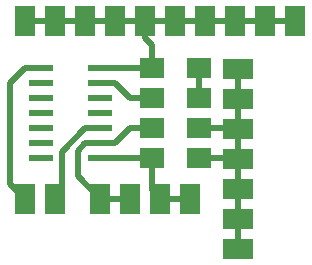
<source format=gbr>
%TF.GenerationSoftware,KiCad,Pcbnew,(6.0.2)*%
%TF.CreationDate,2022-12-01T07:39:21-05:00*%
%TF.ProjectId,LCD Board 2,4c434420-426f-4617-9264-20322e6b6963,rev?*%
%TF.SameCoordinates,Original*%
%TF.FileFunction,Copper,L1,Top*%
%TF.FilePolarity,Positive*%
%FSLAX46Y46*%
G04 Gerber Fmt 4.6, Leading zero omitted, Abs format (unit mm)*
G04 Created by KiCad (PCBNEW (6.0.2)) date 2022-12-01 07:39:21*
%MOMM*%
%LPD*%
G01*
G04 APERTURE LIST*
%TA.AperFunction,SMDPad,CuDef*%
%ADD10R,1.700000X2.500000*%
%TD*%
%TA.AperFunction,SMDPad,CuDef*%
%ADD11R,2.000000X1.700000*%
%TD*%
%TA.AperFunction,SMDPad,CuDef*%
%ADD12R,2.000000X0.600000*%
%TD*%
%TA.AperFunction,SMDPad,CuDef*%
%ADD13R,2.500000X1.700000*%
%TD*%
%TA.AperFunction,Conductor*%
%ADD14C,0.500000*%
%TD*%
G04 APERTURE END LIST*
D10*
%TO.P,J1,1,Pin_1*%
%TO.N,Net-(R1-Pad2)*%
X165090000Y-129145000D03*
%TO.P,J1,2,Pin_2*%
X162550000Y-129145000D03*
%TO.P,J1,3,Pin_3*%
%TO.N,Net-(J1-Pad3)*%
X160010000Y-129145000D03*
%TO.P,J1,4,Pin_4*%
X157470000Y-129145000D03*
%TD*%
D11*
%TO.P,R3,1*%
%TO.N,Net-(R3-Pad1)*%
X161830000Y-118110000D03*
%TO.P,R3,2*%
%TO.N,Net-(D1-Pad1)*%
X165830000Y-118110000D03*
%TD*%
D10*
%TO.P,J3,1*%
%TO.N,Net-(J3-Pad1)*%
X153650000Y-129145000D03*
%TO.P,J3,2*%
%TO.N,Net-(J3-Pad2)*%
X151110000Y-129145000D03*
%TD*%
D12*
%TO.P,U1,1,VCC*%
%TO.N,Net-(J3-Pad2)*%
X152465000Y-118110000D03*
%TO.P,U1,2,PA4*%
%TO.N,unconnected-(U1-Pad2)*%
X152465000Y-119380000D03*
%TO.P,U1,3,PA5*%
%TO.N,unconnected-(U1-Pad3)*%
X152465000Y-120650000D03*
%TO.P,U1,4,PA6/DAC*%
%TO.N,unconnected-(U1-Pad4)*%
X152465000Y-121920000D03*
%TO.P,U1,5,PA7*%
%TO.N,unconnected-(U1-Pad5)*%
X152465000Y-123190000D03*
%TO.P,U1,6,PB3/RXD*%
%TO.N,unconnected-(U1-Pad6)*%
X152465000Y-124460000D03*
%TO.P,U1,7,PB2/TXD*%
%TO.N,unconnected-(U1-Pad7)*%
X152465000Y-125730000D03*
%TO.P,U1,8,PB1/SDA*%
%TO.N,Net-(R1-Pad2)*%
X157415000Y-125730000D03*
%TO.P,U1,9,PB0/SCL*%
%TO.N,Net-(J1-Pad3)*%
X157415000Y-124460000D03*
%TO.P,U1,10,PA0-UPDI*%
%TO.N,Net-(J3-Pad1)*%
X157415000Y-123190000D03*
%TO.P,U1,11,PA1/SDA2*%
%TO.N,unconnected-(U1-Pad11)*%
X157415000Y-121920000D03*
%TO.P,U1,12,PA2*%
%TO.N,unconnected-(U1-Pad12)*%
X157415000Y-120650000D03*
%TO.P,U1,13,PA3/Debug-LED*%
%TO.N,Net-(D1-Pad2)*%
X157415000Y-119380000D03*
%TO.P,U1,14,GND*%
%TO.N,Net-(R3-Pad1)*%
X157415000Y-118110000D03*
%TD*%
D11*
%TO.P,R2,1*%
%TO.N,Net-(R1-Pad1)*%
X165830000Y-123190000D03*
%TO.P,R2,2*%
%TO.N,Net-(J1-Pad3)*%
X161830000Y-123190000D03*
%TD*%
D13*
%TO.P,J4,1,Pin_1*%
%TO.N,Net-(R1-Pad1)*%
X169150000Y-118130000D03*
%TO.P,J4,2,Pin_2*%
X169150000Y-120670000D03*
%TO.P,J4,3,Pin_3*%
X169150000Y-123210000D03*
%TO.P,J4,4,Pin_4*%
X169150000Y-125750000D03*
%TO.P,J4,5,Pin_5*%
X169150000Y-128290000D03*
%TO.P,J4,6,Pin_6*%
X169150000Y-130830000D03*
%TO.P,J4,7,Pin_7*%
X169150000Y-133370000D03*
%TD*%
D10*
%TO.P,J2,1,Pin_1*%
%TO.N,Net-(R3-Pad1)*%
X151110000Y-114060000D03*
%TO.P,J2,2,Pin_2*%
X153650000Y-114060000D03*
%TO.P,J2,3,Pin_3*%
X156190000Y-114060000D03*
%TO.P,J2,4,Pin_4*%
X158730000Y-114060000D03*
%TO.P,J2,5,Pin_5*%
X161270000Y-114060000D03*
%TO.P,J2,6,Pin_6*%
X163810000Y-114060000D03*
%TO.P,J2,7,Pin_7*%
X166350000Y-114060000D03*
%TO.P,J2,8,Pin_8*%
X168890000Y-114060000D03*
%TO.P,J2,9,Pin_9*%
X171430000Y-114060000D03*
%TO.P,J2,10,Pin_10*%
X173970000Y-114060000D03*
%TD*%
D11*
%TO.P,D1,1,K*%
%TO.N,Net-(D1-Pad1)*%
X165830000Y-120650000D03*
%TO.P,D1,2,A*%
%TO.N,Net-(D1-Pad2)*%
X161830000Y-120650000D03*
%TD*%
%TO.P,R1,1*%
%TO.N,Net-(R1-Pad1)*%
X165830000Y-125730000D03*
%TO.P,R1,2*%
%TO.N,Net-(R1-Pad2)*%
X161830000Y-125730000D03*
%TD*%
D14*
%TO.N,Net-(J1-Pad3)*%
X155575000Y-127250000D02*
X157470000Y-129145000D01*
X155575000Y-125095000D02*
X155575000Y-127250000D01*
X157415000Y-124460000D02*
X156210000Y-124460000D01*
X156210000Y-124460000D02*
X155575000Y-125095000D01*
X157470000Y-128260000D02*
X157470000Y-129145000D01*
X158750000Y-124460000D02*
X160020000Y-123190000D01*
X157470000Y-129145000D02*
X160010000Y-129145000D01*
X157415000Y-124460000D02*
X158750000Y-124460000D01*
X160020000Y-123190000D02*
X161830000Y-123190000D01*
%TO.N,Net-(J3-Pad1)*%
X154240480Y-125159520D02*
X156210000Y-123190000D01*
X156210000Y-123190000D02*
X157415000Y-123190000D01*
X154240480Y-128554520D02*
X154240480Y-125159520D01*
X153650000Y-129145000D02*
X154240480Y-128554520D01*
%TO.N,Net-(J3-Pad2)*%
X151130000Y-118110000D02*
X149860000Y-119380000D01*
X152465000Y-118110000D02*
X151130000Y-118110000D01*
X149860000Y-119380000D02*
X149860000Y-127895000D01*
X149860000Y-127895000D02*
X151110000Y-129145000D01*
%TO.N,Net-(D1-Pad1)*%
X165830000Y-120650000D02*
X165830000Y-118110000D01*
%TO.N,Net-(D1-Pad2)*%
X160020000Y-120650000D02*
X161830000Y-120650000D01*
X157415000Y-119380000D02*
X158750000Y-119380000D01*
X158750000Y-119380000D02*
X160020000Y-120650000D01*
%TO.N,Net-(R3-Pad1)*%
X151110000Y-114060000D02*
X173970000Y-114060000D01*
X161830000Y-116110000D02*
X161830000Y-118110000D01*
X157415000Y-118110000D02*
X161830000Y-118110000D01*
X161270000Y-115550000D02*
X161830000Y-116110000D01*
X161270000Y-114060000D02*
X161270000Y-115550000D01*
%TO.N,Net-(R1-Pad1)*%
X169130000Y-123190000D02*
X169150000Y-123210000D01*
X169150000Y-118130000D02*
X169150000Y-133370000D01*
X165830000Y-125730000D02*
X169130000Y-125730000D01*
X165830000Y-123190000D02*
X169130000Y-123190000D01*
X169130000Y-125730000D02*
X169150000Y-125750000D01*
%TO.N,Net-(R1-Pad2)*%
X162550000Y-129145000D02*
X165090000Y-129145000D01*
X157415000Y-125730000D02*
X161830000Y-125730000D01*
X161830000Y-125730000D02*
X161830000Y-128425000D01*
X161830000Y-128425000D02*
X162550000Y-129145000D01*
%TD*%
M02*

</source>
